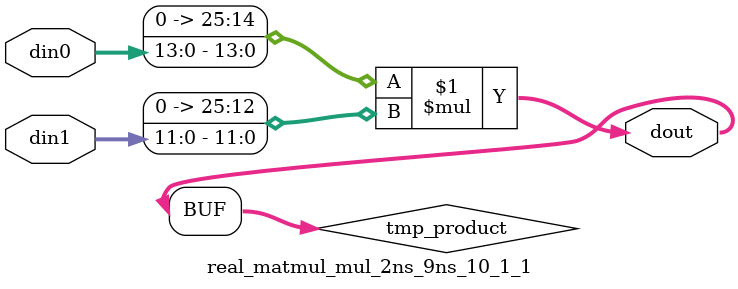
<source format=v>

`timescale 1 ns / 1 ps

  module real_matmul_mul_2ns_9ns_10_1_1(din0, din1, dout);
parameter ID = 1;
parameter NUM_STAGE = 0;
parameter din0_WIDTH = 14;
parameter din1_WIDTH = 12;
parameter dout_WIDTH = 26;

input [din0_WIDTH - 1 : 0] din0; 
input [din1_WIDTH - 1 : 0] din1; 
output [dout_WIDTH - 1 : 0] dout;

wire signed [dout_WIDTH - 1 : 0] tmp_product;










assign tmp_product = $signed({1'b0, din0}) * $signed({1'b0, din1});











assign dout = tmp_product;







endmodule

</source>
